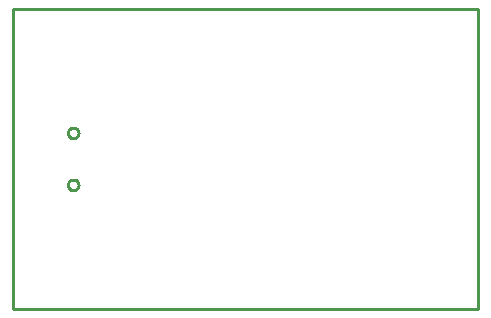
<source format=gbr>
G04 EAGLE Gerber RS-274X export*
G75*
%MOMM*%
%FSLAX34Y34*%
%LPD*%
%IN*%
%IPPOS*%
%AMOC8*
5,1,8,0,0,1.08239X$1,22.5*%
G01*
%ADD10C,0.254000*%


D10*
X0Y0D02*
X393700Y0D01*
X393700Y254000D01*
X0Y254000D01*
X0Y0D01*
X55300Y148705D02*
X55223Y148120D01*
X55070Y147550D01*
X54845Y147005D01*
X54550Y146495D01*
X54191Y146027D01*
X53773Y145609D01*
X53305Y145250D01*
X52795Y144955D01*
X52250Y144730D01*
X51680Y144577D01*
X51095Y144500D01*
X50505Y144500D01*
X49920Y144577D01*
X49350Y144730D01*
X48805Y144955D01*
X48295Y145250D01*
X47827Y145609D01*
X47409Y146027D01*
X47050Y146495D01*
X46755Y147005D01*
X46530Y147550D01*
X46377Y148120D01*
X46300Y148705D01*
X46300Y149295D01*
X46377Y149880D01*
X46530Y150450D01*
X46755Y150995D01*
X47050Y151505D01*
X47409Y151973D01*
X47827Y152391D01*
X48295Y152750D01*
X48805Y153045D01*
X49350Y153270D01*
X49920Y153423D01*
X50505Y153500D01*
X51095Y153500D01*
X51680Y153423D01*
X52250Y153270D01*
X52795Y153045D01*
X53305Y152750D01*
X53773Y152391D01*
X54191Y151973D01*
X54550Y151505D01*
X54845Y150995D01*
X55070Y150450D01*
X55223Y149880D01*
X55300Y149295D01*
X55300Y148705D01*
X55300Y104705D02*
X55223Y104120D01*
X55070Y103550D01*
X54845Y103005D01*
X54550Y102495D01*
X54191Y102027D01*
X53773Y101609D01*
X53305Y101250D01*
X52795Y100955D01*
X52250Y100730D01*
X51680Y100577D01*
X51095Y100500D01*
X50505Y100500D01*
X49920Y100577D01*
X49350Y100730D01*
X48805Y100955D01*
X48295Y101250D01*
X47827Y101609D01*
X47409Y102027D01*
X47050Y102495D01*
X46755Y103005D01*
X46530Y103550D01*
X46377Y104120D01*
X46300Y104705D01*
X46300Y105295D01*
X46377Y105880D01*
X46530Y106450D01*
X46755Y106995D01*
X47050Y107505D01*
X47409Y107973D01*
X47827Y108391D01*
X48295Y108750D01*
X48805Y109045D01*
X49350Y109270D01*
X49920Y109423D01*
X50505Y109500D01*
X51095Y109500D01*
X51680Y109423D01*
X52250Y109270D01*
X52795Y109045D01*
X53305Y108750D01*
X53773Y108391D01*
X54191Y107973D01*
X54550Y107505D01*
X54845Y106995D01*
X55070Y106450D01*
X55223Y105880D01*
X55300Y105295D01*
X55300Y104705D01*
M02*

</source>
